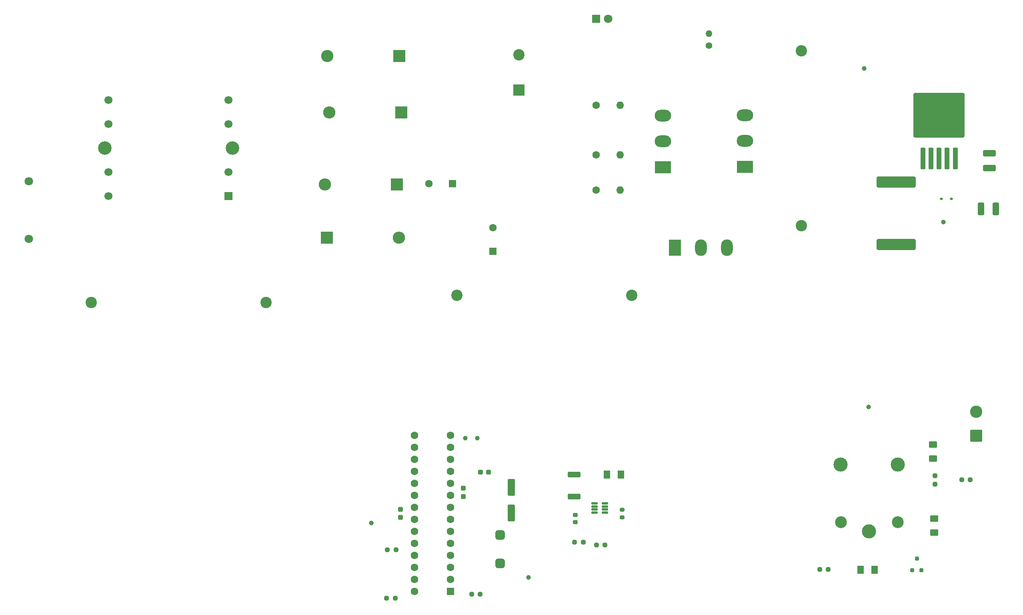
<source format=gbr>
%TF.GenerationSoftware,KiCad,Pcbnew,9.0.0*%
%TF.CreationDate,2026-02-12T20:53:49+05:30*%
%TF.ProjectId,pcb,7063622e-6b69-4636-9164-5f7063625858,rev?*%
%TF.SameCoordinates,Original*%
%TF.FileFunction,Soldermask,Top*%
%TF.FilePolarity,Negative*%
%FSLAX46Y46*%
G04 Gerber Fmt 4.6, Leading zero omitted, Abs format (unit mm)*
G04 Created by KiCad (PCBNEW 9.0.0) date 2026-02-12 20:53:49*
%MOMM*%
%LPD*%
G01*
G04 APERTURE LIST*
G04 Aperture macros list*
%AMRoundRect*
0 Rectangle with rounded corners*
0 $1 Rounding radius*
0 $2 $3 $4 $5 $6 $7 $8 $9 X,Y pos of 4 corners*
0 Add a 4 corners polygon primitive as box body*
4,1,4,$2,$3,$4,$5,$6,$7,$8,$9,$2,$3,0*
0 Add four circle primitives for the rounded corners*
1,1,$1+$1,$2,$3*
1,1,$1+$1,$4,$5*
1,1,$1+$1,$6,$7*
1,1,$1+$1,$8,$9*
0 Add four rect primitives between the rounded corners*
20,1,$1+$1,$2,$3,$4,$5,0*
20,1,$1+$1,$4,$5,$6,$7,0*
20,1,$1+$1,$6,$7,$8,$9,0*
20,1,$1+$1,$8,$9,$2,$3,0*%
G04 Aperture macros list end*
%ADD10RoundRect,0.250000X-1.075000X0.362500X-1.075000X-0.362500X1.075000X-0.362500X1.075000X0.362500X0*%
%ADD11RoundRect,0.250001X0.624999X-0.462499X0.624999X0.462499X-0.624999X0.462499X-0.624999X-0.462499X0*%
%ADD12C,2.400000*%
%ADD13R,2.400000X2.400000*%
%ADD14R,3.500000X2.500000*%
%ADD15O,3.500000X2.500000*%
%ADD16C,1.600000*%
%ADD17O,1.600000X1.600000*%
%ADD18RoundRect,0.250001X-0.462499X-0.624999X0.462499X-0.624999X0.462499X0.624999X-0.462499X0.624999X0*%
%ADD19RoundRect,0.250000X0.550000X0.550000X-0.550000X0.550000X-0.550000X-0.550000X0.550000X-0.550000X0*%
%ADD20C,2.844800*%
%ADD21R,1.700000X1.700000*%
%ADD22C,1.700000*%
%ADD23RoundRect,0.237500X0.250000X0.237500X-0.250000X0.237500X-0.250000X-0.237500X0.250000X-0.237500X0*%
%ADD24RoundRect,0.250000X0.300000X-2.050000X0.300000X2.050000X-0.300000X2.050000X-0.300000X-2.050000X0*%
%ADD25RoundRect,0.250002X5.149998X-4.449998X5.149998X4.449998X-5.149998X4.449998X-5.149998X-4.449998X0*%
%ADD26R,1.600000X1.600000*%
%ADD27RoundRect,0.250000X-0.412500X-1.100000X0.412500X-1.100000X0.412500X1.100000X-0.412500X1.100000X0*%
%ADD28C,3.000000*%
%ADD29C,2.500000*%
%ADD30RoundRect,0.237500X-0.237500X0.250000X-0.237500X-0.250000X0.237500X-0.250000X0.237500X0.250000X0*%
%ADD31RoundRect,0.249999X-3.880001X0.895001X-3.880001X-0.895001X3.880001X-0.895001X3.880001X0.895001X0*%
%ADD32R,2.600000X2.600000*%
%ADD33O,2.600000X2.600000*%
%ADD34RoundRect,0.237500X-0.300000X-0.237500X0.300000X-0.237500X0.300000X0.237500X-0.300000X0.237500X0*%
%ADD35C,1.800000*%
%ADD36RoundRect,0.200000X0.200000X-0.250000X0.200000X0.250000X-0.200000X0.250000X-0.200000X-0.250000X0*%
%ADD37C,1.000000*%
%ADD38RoundRect,0.225000X0.250000X-0.225000X0.250000X0.225000X-0.250000X0.225000X-0.250000X-0.225000X0*%
%ADD39RoundRect,0.237500X-0.250000X-0.237500X0.250000X-0.237500X0.250000X0.237500X-0.250000X0.237500X0*%
%ADD40RoundRect,0.200000X-0.275000X0.200000X-0.275000X-0.200000X0.275000X-0.200000X0.275000X0.200000X0*%
%ADD41RoundRect,0.250000X1.050000X-1.050000X1.050000X1.050000X-1.050000X1.050000X-1.050000X-1.050000X0*%
%ADD42C,2.600000*%
%ADD43C,1.400000*%
%ADD44O,1.400000X1.400000*%
%ADD45RoundRect,0.250000X-1.100000X0.412500X-1.100000X-0.412500X1.100000X-0.412500X1.100000X0.412500X0*%
%ADD46R,1.800000X1.800000*%
%ADD47RoundRect,0.250000X0.550000X-1.500000X0.550000X1.500000X-0.550000X1.500000X-0.550000X-1.500000X0*%
%ADD48RoundRect,0.125000X-0.537500X-0.125000X0.537500X-0.125000X0.537500X0.125000X-0.537500X0.125000X0*%
%ADD49RoundRect,0.500000X0.500000X-0.500000X0.500000X0.500000X-0.500000X0.500000X-0.500000X-0.500000X0*%
%ADD50R,2.500000X3.500000*%
%ADD51O,2.500000X3.500000*%
%ADD52RoundRect,0.112500X0.187500X0.112500X-0.187500X0.112500X-0.187500X-0.112500X0.187500X-0.112500X0*%
%ADD53RoundRect,0.237500X-0.237500X0.300000X-0.237500X-0.300000X0.237500X-0.300000X0.237500X0.300000X0*%
G04 APERTURE END LIST*
D10*
%TO.C,R6*%
X161957500Y-120722500D03*
X161957500Y-125347500D03*
%TD*%
D11*
%TO.C,D8*%
X237940000Y-117275000D03*
X237940000Y-114300000D03*
%TD*%
D12*
%TO.C,F2*%
X210110000Y-68010000D03*
X210110000Y-31010000D03*
%TD*%
D13*
%TO.C,C1*%
X150300000Y-39340000D03*
D12*
X150300000Y-31840000D03*
%TD*%
D14*
%TO.C,Q4*%
X198150000Y-55575000D03*
D15*
X198150000Y-50100000D03*
X198150000Y-44625000D03*
%TD*%
D16*
%TO.C,R2*%
X166595000Y-53060000D03*
D17*
X171675000Y-53060000D03*
%TD*%
D18*
%TO.C,D9*%
X222615000Y-140850000D03*
X225590000Y-140850000D03*
%TD*%
D19*
%TO.C,U4*%
X135782500Y-145395000D03*
D16*
X135782500Y-142855000D03*
X135782500Y-140315000D03*
X135782500Y-137775000D03*
X135782500Y-135235000D03*
X135782500Y-132695000D03*
X135782500Y-130155000D03*
X135782500Y-127615000D03*
X135782500Y-125075000D03*
X135782500Y-122535000D03*
X135782500Y-119995000D03*
X135782500Y-117455000D03*
X135782500Y-114915000D03*
X135782500Y-112375000D03*
X128162500Y-112375000D03*
X128162500Y-114915000D03*
X128162500Y-117455000D03*
X128162500Y-119995000D03*
X128162500Y-122535000D03*
X128162500Y-125075000D03*
X128162500Y-127615000D03*
X128162500Y-130155000D03*
X128162500Y-132695000D03*
X128162500Y-135235000D03*
X128162500Y-137775000D03*
X128162500Y-140315000D03*
X128162500Y-142855000D03*
X128162500Y-145395000D03*
%TD*%
D20*
%TO.C,T1*%
X89657400Y-51630000D03*
X62682600Y-51630000D03*
D21*
X88870000Y-61790000D03*
D22*
X88870000Y-56710000D03*
X88870000Y-46550000D03*
X88870000Y-41470000D03*
X63470000Y-61790000D03*
X63470000Y-56710000D03*
X63470000Y-46550000D03*
X63470000Y-41470000D03*
%TD*%
D23*
%TO.C,R10*%
X124115000Y-146835000D03*
X122290000Y-146835000D03*
%TD*%
D16*
%TO.C,R3*%
X166595000Y-60530000D03*
D17*
X171675000Y-60530000D03*
%TD*%
D12*
%TO.C,F3*%
X96790000Y-84300000D03*
X59790000Y-84300000D03*
%TD*%
D24*
%TO.C,U5*%
X235830000Y-53780000D03*
X237530000Y-53780000D03*
X239230000Y-53780000D03*
D25*
X239230000Y-44630000D03*
D24*
X240930000Y-53780000D03*
X242630000Y-53780000D03*
%TD*%
D26*
%TO.C,C3*%
X136222600Y-59120000D03*
D16*
X131222600Y-59120000D03*
%TD*%
D27*
%TO.C,C10*%
X248082500Y-64475000D03*
X251207500Y-64475000D03*
%TD*%
D28*
%TO.C,K1*%
X224400000Y-132750000D03*
D29*
X230450000Y-130800000D03*
D28*
X230450000Y-118600000D03*
X218400000Y-118550000D03*
D29*
X218450000Y-130800000D03*
%TD*%
D30*
%TO.C,R12*%
X238320000Y-120937500D03*
X238320000Y-122762500D03*
%TD*%
D31*
%TO.C,L1*%
X230135000Y-58820000D03*
X230135000Y-72030000D03*
%TD*%
D32*
%TO.C,D4*%
X124970000Y-32130000D03*
D33*
X109730000Y-32130000D03*
%TD*%
D34*
%TO.C,C6*%
X142150000Y-120155000D03*
X143875000Y-120155000D03*
%TD*%
D35*
%TO.C,J3*%
X46570000Y-70840000D03*
%TD*%
D36*
%TO.C,Q3*%
X233560000Y-140890000D03*
X235460000Y-140890000D03*
X234510000Y-138490000D03*
%TD*%
D37*
%TO.C,J4*%
X223400000Y-34780000D03*
%TD*%
D35*
%TO.C,J2*%
X46540000Y-58590000D03*
%TD*%
D23*
%TO.C,R11*%
X124275000Y-136595000D03*
X122450000Y-136595000D03*
%TD*%
D38*
%TO.C,C4*%
X162237500Y-130780000D03*
X162237500Y-129230000D03*
%TD*%
D39*
%TO.C,R13*%
X243987500Y-121760000D03*
X245812500Y-121760000D03*
%TD*%
D32*
%TO.C,D2*%
X124450000Y-59330000D03*
D33*
X109210000Y-59330000D03*
%TD*%
D39*
%TO.C,R9*%
X140280000Y-146005000D03*
X142105000Y-146005000D03*
%TD*%
D37*
%TO.C,J7*%
X119030000Y-130950000D03*
%TD*%
D16*
%TO.C,R1*%
X166605000Y-42550000D03*
D17*
X171685000Y-42550000D03*
%TD*%
D40*
%TO.C,R8*%
X172127500Y-128120000D03*
X172127500Y-129770000D03*
%TD*%
D39*
%TO.C,R4*%
X162085000Y-134992500D03*
X163910000Y-134992500D03*
%TD*%
D41*
%TO.C,J1*%
X247030000Y-112520000D03*
D42*
X247030000Y-107440000D03*
%TD*%
D43*
%TO.C,R7*%
X190520000Y-29920000D03*
D44*
X190520000Y-27380000D03*
%TD*%
D45*
%TO.C,C9*%
X249905000Y-52722500D03*
X249905000Y-55847500D03*
%TD*%
D46*
%TO.C,D5*%
X166600000Y-24280000D03*
D35*
X169140000Y-24280000D03*
%TD*%
D37*
%TO.C,J8*%
X152370000Y-142460000D03*
%TD*%
D26*
%TO.C,C2*%
X144760000Y-73412380D03*
D16*
X144760000Y-68412380D03*
%TD*%
D18*
%TO.C,D6*%
X168882500Y-120705000D03*
X171857500Y-120705000D03*
%TD*%
D32*
%TO.C,D3*%
X125420000Y-44080000D03*
D33*
X110180000Y-44080000D03*
%TD*%
D39*
%TO.C,R14*%
X213937500Y-140760000D03*
X215762500Y-140760000D03*
%TD*%
D47*
%TO.C,C5*%
X148672500Y-128815000D03*
X148672500Y-123415000D03*
%TD*%
D48*
%TO.C,U2*%
X166257500Y-126775000D03*
X166257500Y-127425000D03*
X166257500Y-128075000D03*
X166257500Y-128725000D03*
X168532500Y-128725000D03*
X168532500Y-128075000D03*
X168532500Y-127425000D03*
X168532500Y-126775000D03*
%TD*%
D39*
%TO.C,R5*%
X166715000Y-135552500D03*
X168540000Y-135552500D03*
%TD*%
D49*
%TO.C,SW1*%
X146312500Y-139445000D03*
X146312500Y-133445000D03*
%TD*%
D11*
%TO.C,D7*%
X238190000Y-133005000D03*
X238190000Y-130030000D03*
%TD*%
D32*
%TO.C,D1*%
X109650000Y-70540000D03*
D33*
X124890000Y-70540000D03*
%TD*%
D12*
%TO.C,F1*%
X174190000Y-82800000D03*
X137190000Y-82800000D03*
%TD*%
D50*
%TO.C,U1*%
X183350000Y-72700000D03*
D51*
X188825000Y-72700000D03*
X194300000Y-72700000D03*
%TD*%
D52*
%TO.C,D10*%
X241835000Y-62355000D03*
X239735000Y-62355000D03*
%TD*%
D37*
%TO.C,J6*%
X240090000Y-67280000D03*
%TD*%
%TO.C,J5*%
X224310000Y-106400000D03*
%TD*%
D14*
%TO.C,Q2*%
X180780000Y-55655000D03*
D15*
X180780000Y-50180000D03*
X180780000Y-44705000D03*
%TD*%
D37*
%TO.C,Y1*%
X138942500Y-112975000D03*
X141482500Y-112975000D03*
%TD*%
D53*
%TO.C,C8*%
X125252500Y-128052500D03*
X125252500Y-129777500D03*
%TD*%
%TO.C,C7*%
X138512500Y-123582500D03*
X138512500Y-125307500D03*
%TD*%
M02*

</source>
